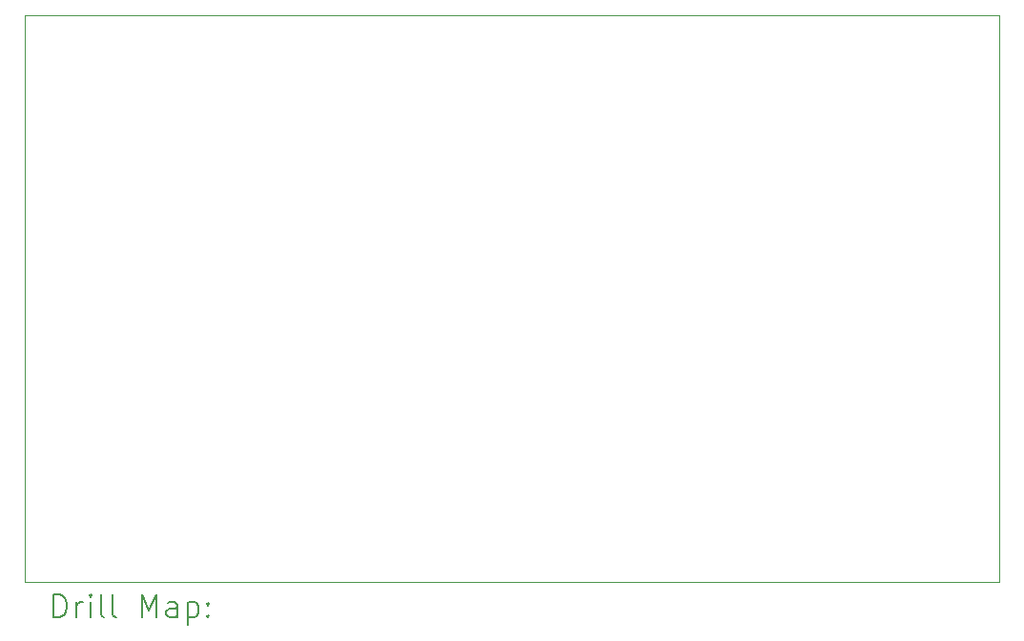
<source format=gbr>
%TF.GenerationSoftware,KiCad,Pcbnew,9.0.5*%
%TF.CreationDate,2025-10-10T22:50:33+02:00*%
%TF.ProjectId,rec_play_switch_module,7265635f-706c-4617-995f-737769746368,rev?*%
%TF.SameCoordinates,Original*%
%TF.FileFunction,Drillmap*%
%TF.FilePolarity,Positive*%
%FSLAX45Y45*%
G04 Gerber Fmt 4.5, Leading zero omitted, Abs format (unit mm)*
G04 Created by KiCad (PCBNEW 9.0.5) date 2025-10-10 22:50:33*
%MOMM*%
%LPD*%
G01*
G04 APERTURE LIST*
%ADD10C,0.050000*%
%ADD11C,0.200000*%
G04 APERTURE END LIST*
D10*
X12769600Y-4249100D02*
X21425200Y-4249100D01*
X21425200Y-9283700D01*
X12769600Y-9283700D01*
X12769600Y-4249100D01*
D11*
X13027877Y-9597684D02*
X13027877Y-9397684D01*
X13027877Y-9397684D02*
X13075496Y-9397684D01*
X13075496Y-9397684D02*
X13104067Y-9407208D01*
X13104067Y-9407208D02*
X13123115Y-9426255D01*
X13123115Y-9426255D02*
X13132639Y-9445303D01*
X13132639Y-9445303D02*
X13142162Y-9483398D01*
X13142162Y-9483398D02*
X13142162Y-9511970D01*
X13142162Y-9511970D02*
X13132639Y-9550065D01*
X13132639Y-9550065D02*
X13123115Y-9569112D01*
X13123115Y-9569112D02*
X13104067Y-9588160D01*
X13104067Y-9588160D02*
X13075496Y-9597684D01*
X13075496Y-9597684D02*
X13027877Y-9597684D01*
X13227877Y-9597684D02*
X13227877Y-9464350D01*
X13227877Y-9502446D02*
X13237401Y-9483398D01*
X13237401Y-9483398D02*
X13246924Y-9473874D01*
X13246924Y-9473874D02*
X13265972Y-9464350D01*
X13265972Y-9464350D02*
X13285020Y-9464350D01*
X13351686Y-9597684D02*
X13351686Y-9464350D01*
X13351686Y-9397684D02*
X13342162Y-9407208D01*
X13342162Y-9407208D02*
X13351686Y-9416731D01*
X13351686Y-9416731D02*
X13361210Y-9407208D01*
X13361210Y-9407208D02*
X13351686Y-9397684D01*
X13351686Y-9397684D02*
X13351686Y-9416731D01*
X13475496Y-9597684D02*
X13456448Y-9588160D01*
X13456448Y-9588160D02*
X13446924Y-9569112D01*
X13446924Y-9569112D02*
X13446924Y-9397684D01*
X13580258Y-9597684D02*
X13561210Y-9588160D01*
X13561210Y-9588160D02*
X13551686Y-9569112D01*
X13551686Y-9569112D02*
X13551686Y-9397684D01*
X13808829Y-9597684D02*
X13808829Y-9397684D01*
X13808829Y-9397684D02*
X13875496Y-9540541D01*
X13875496Y-9540541D02*
X13942162Y-9397684D01*
X13942162Y-9397684D02*
X13942162Y-9597684D01*
X14123115Y-9597684D02*
X14123115Y-9492922D01*
X14123115Y-9492922D02*
X14113591Y-9473874D01*
X14113591Y-9473874D02*
X14094543Y-9464350D01*
X14094543Y-9464350D02*
X14056448Y-9464350D01*
X14056448Y-9464350D02*
X14037401Y-9473874D01*
X14123115Y-9588160D02*
X14104067Y-9597684D01*
X14104067Y-9597684D02*
X14056448Y-9597684D01*
X14056448Y-9597684D02*
X14037401Y-9588160D01*
X14037401Y-9588160D02*
X14027877Y-9569112D01*
X14027877Y-9569112D02*
X14027877Y-9550065D01*
X14027877Y-9550065D02*
X14037401Y-9531017D01*
X14037401Y-9531017D02*
X14056448Y-9521493D01*
X14056448Y-9521493D02*
X14104067Y-9521493D01*
X14104067Y-9521493D02*
X14123115Y-9511970D01*
X14218353Y-9464350D02*
X14218353Y-9664350D01*
X14218353Y-9473874D02*
X14237401Y-9464350D01*
X14237401Y-9464350D02*
X14275496Y-9464350D01*
X14275496Y-9464350D02*
X14294543Y-9473874D01*
X14294543Y-9473874D02*
X14304067Y-9483398D01*
X14304067Y-9483398D02*
X14313591Y-9502446D01*
X14313591Y-9502446D02*
X14313591Y-9559589D01*
X14313591Y-9559589D02*
X14304067Y-9578636D01*
X14304067Y-9578636D02*
X14294543Y-9588160D01*
X14294543Y-9588160D02*
X14275496Y-9597684D01*
X14275496Y-9597684D02*
X14237401Y-9597684D01*
X14237401Y-9597684D02*
X14218353Y-9588160D01*
X14399305Y-9578636D02*
X14408829Y-9588160D01*
X14408829Y-9588160D02*
X14399305Y-9597684D01*
X14399305Y-9597684D02*
X14389782Y-9588160D01*
X14389782Y-9588160D02*
X14399305Y-9578636D01*
X14399305Y-9578636D02*
X14399305Y-9597684D01*
X14399305Y-9473874D02*
X14408829Y-9483398D01*
X14408829Y-9483398D02*
X14399305Y-9492922D01*
X14399305Y-9492922D02*
X14389782Y-9483398D01*
X14389782Y-9483398D02*
X14399305Y-9473874D01*
X14399305Y-9473874D02*
X14399305Y-9492922D01*
M02*

</source>
